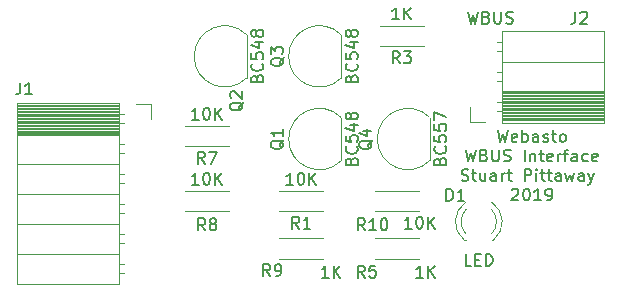
<source format=gbr>
G04 #@! TF.GenerationSoftware,KiCad,Pcbnew,(5.1.0)-1*
G04 #@! TF.CreationDate,2019-11-24T19:02:04+00:00*
G04 #@! TF.ProjectId,WebastoWBUSInterface,57656261-7374-46f5-9742-5553496e7465,rev?*
G04 #@! TF.SameCoordinates,Original*
G04 #@! TF.FileFunction,Legend,Top*
G04 #@! TF.FilePolarity,Positive*
%FSLAX46Y46*%
G04 Gerber Fmt 4.6, Leading zero omitted, Abs format (unit mm)*
G04 Created by KiCad (PCBNEW (5.1.0)-1) date 2019-11-24 19:02:04*
%MOMM*%
%LPD*%
G04 APERTURE LIST*
%ADD10C,0.150000*%
%ADD11C,0.120000*%
G04 APERTURE END LIST*
D10*
X106095238Y-86477380D02*
X106333333Y-87477380D01*
X106523809Y-86763095D01*
X106714285Y-87477380D01*
X106952380Y-86477380D01*
X107714285Y-87429761D02*
X107619047Y-87477380D01*
X107428571Y-87477380D01*
X107333333Y-87429761D01*
X107285714Y-87334523D01*
X107285714Y-86953571D01*
X107333333Y-86858333D01*
X107428571Y-86810714D01*
X107619047Y-86810714D01*
X107714285Y-86858333D01*
X107761904Y-86953571D01*
X107761904Y-87048809D01*
X107285714Y-87144047D01*
X108190476Y-87477380D02*
X108190476Y-86477380D01*
X108190476Y-86858333D02*
X108285714Y-86810714D01*
X108476190Y-86810714D01*
X108571428Y-86858333D01*
X108619047Y-86905952D01*
X108666666Y-87001190D01*
X108666666Y-87286904D01*
X108619047Y-87382142D01*
X108571428Y-87429761D01*
X108476190Y-87477380D01*
X108285714Y-87477380D01*
X108190476Y-87429761D01*
X109523809Y-87477380D02*
X109523809Y-86953571D01*
X109476190Y-86858333D01*
X109380952Y-86810714D01*
X109190476Y-86810714D01*
X109095238Y-86858333D01*
X109523809Y-87429761D02*
X109428571Y-87477380D01*
X109190476Y-87477380D01*
X109095238Y-87429761D01*
X109047619Y-87334523D01*
X109047619Y-87239285D01*
X109095238Y-87144047D01*
X109190476Y-87096428D01*
X109428571Y-87096428D01*
X109523809Y-87048809D01*
X109952380Y-87429761D02*
X110047619Y-87477380D01*
X110238095Y-87477380D01*
X110333333Y-87429761D01*
X110380952Y-87334523D01*
X110380952Y-87286904D01*
X110333333Y-87191666D01*
X110238095Y-87144047D01*
X110095238Y-87144047D01*
X110000000Y-87096428D01*
X109952380Y-87001190D01*
X109952380Y-86953571D01*
X110000000Y-86858333D01*
X110095238Y-86810714D01*
X110238095Y-86810714D01*
X110333333Y-86858333D01*
X110666666Y-86810714D02*
X111047619Y-86810714D01*
X110809523Y-86477380D02*
X110809523Y-87334523D01*
X110857142Y-87429761D01*
X110952380Y-87477380D01*
X111047619Y-87477380D01*
X111523809Y-87477380D02*
X111428571Y-87429761D01*
X111380952Y-87382142D01*
X111333333Y-87286904D01*
X111333333Y-87001190D01*
X111380952Y-86905952D01*
X111428571Y-86858333D01*
X111523809Y-86810714D01*
X111666666Y-86810714D01*
X111761904Y-86858333D01*
X111809523Y-86905952D01*
X111857142Y-87001190D01*
X111857142Y-87286904D01*
X111809523Y-87382142D01*
X111761904Y-87429761D01*
X111666666Y-87477380D01*
X111523809Y-87477380D01*
X103380952Y-88127380D02*
X103619047Y-89127380D01*
X103809523Y-88413095D01*
X104000000Y-89127380D01*
X104238095Y-88127380D01*
X104952380Y-88603571D02*
X105095238Y-88651190D01*
X105142857Y-88698809D01*
X105190476Y-88794047D01*
X105190476Y-88936904D01*
X105142857Y-89032142D01*
X105095238Y-89079761D01*
X105000000Y-89127380D01*
X104619047Y-89127380D01*
X104619047Y-88127380D01*
X104952380Y-88127380D01*
X105047619Y-88175000D01*
X105095238Y-88222619D01*
X105142857Y-88317857D01*
X105142857Y-88413095D01*
X105095238Y-88508333D01*
X105047619Y-88555952D01*
X104952380Y-88603571D01*
X104619047Y-88603571D01*
X105619047Y-88127380D02*
X105619047Y-88936904D01*
X105666666Y-89032142D01*
X105714285Y-89079761D01*
X105809523Y-89127380D01*
X106000000Y-89127380D01*
X106095238Y-89079761D01*
X106142857Y-89032142D01*
X106190476Y-88936904D01*
X106190476Y-88127380D01*
X106619047Y-89079761D02*
X106761904Y-89127380D01*
X107000000Y-89127380D01*
X107095238Y-89079761D01*
X107142857Y-89032142D01*
X107190476Y-88936904D01*
X107190476Y-88841666D01*
X107142857Y-88746428D01*
X107095238Y-88698809D01*
X107000000Y-88651190D01*
X106809523Y-88603571D01*
X106714285Y-88555952D01*
X106666666Y-88508333D01*
X106619047Y-88413095D01*
X106619047Y-88317857D01*
X106666666Y-88222619D01*
X106714285Y-88175000D01*
X106809523Y-88127380D01*
X107047619Y-88127380D01*
X107190476Y-88175000D01*
X108380952Y-89127380D02*
X108380952Y-88127380D01*
X108857142Y-88460714D02*
X108857142Y-89127380D01*
X108857142Y-88555952D02*
X108904761Y-88508333D01*
X109000000Y-88460714D01*
X109142857Y-88460714D01*
X109238095Y-88508333D01*
X109285714Y-88603571D01*
X109285714Y-89127380D01*
X109619047Y-88460714D02*
X110000000Y-88460714D01*
X109761904Y-88127380D02*
X109761904Y-88984523D01*
X109809523Y-89079761D01*
X109904761Y-89127380D01*
X110000000Y-89127380D01*
X110714285Y-89079761D02*
X110619047Y-89127380D01*
X110428571Y-89127380D01*
X110333333Y-89079761D01*
X110285714Y-88984523D01*
X110285714Y-88603571D01*
X110333333Y-88508333D01*
X110428571Y-88460714D01*
X110619047Y-88460714D01*
X110714285Y-88508333D01*
X110761904Y-88603571D01*
X110761904Y-88698809D01*
X110285714Y-88794047D01*
X111190476Y-89127380D02*
X111190476Y-88460714D01*
X111190476Y-88651190D02*
X111238095Y-88555952D01*
X111285714Y-88508333D01*
X111380952Y-88460714D01*
X111476190Y-88460714D01*
X111666666Y-88460714D02*
X112047619Y-88460714D01*
X111809523Y-89127380D02*
X111809523Y-88270238D01*
X111857142Y-88175000D01*
X111952380Y-88127380D01*
X112047619Y-88127380D01*
X112809523Y-89127380D02*
X112809523Y-88603571D01*
X112761904Y-88508333D01*
X112666666Y-88460714D01*
X112476190Y-88460714D01*
X112380952Y-88508333D01*
X112809523Y-89079761D02*
X112714285Y-89127380D01*
X112476190Y-89127380D01*
X112380952Y-89079761D01*
X112333333Y-88984523D01*
X112333333Y-88889285D01*
X112380952Y-88794047D01*
X112476190Y-88746428D01*
X112714285Y-88746428D01*
X112809523Y-88698809D01*
X113714285Y-89079761D02*
X113619047Y-89127380D01*
X113428571Y-89127380D01*
X113333333Y-89079761D01*
X113285714Y-89032142D01*
X113238095Y-88936904D01*
X113238095Y-88651190D01*
X113285714Y-88555952D01*
X113333333Y-88508333D01*
X113428571Y-88460714D01*
X113619047Y-88460714D01*
X113714285Y-88508333D01*
X114523809Y-89079761D02*
X114428571Y-89127380D01*
X114238095Y-89127380D01*
X114142857Y-89079761D01*
X114095238Y-88984523D01*
X114095238Y-88603571D01*
X114142857Y-88508333D01*
X114238095Y-88460714D01*
X114428571Y-88460714D01*
X114523809Y-88508333D01*
X114571428Y-88603571D01*
X114571428Y-88698809D01*
X114095238Y-88794047D01*
X103047619Y-90729761D02*
X103190476Y-90777380D01*
X103428571Y-90777380D01*
X103523809Y-90729761D01*
X103571428Y-90682142D01*
X103619047Y-90586904D01*
X103619047Y-90491666D01*
X103571428Y-90396428D01*
X103523809Y-90348809D01*
X103428571Y-90301190D01*
X103238095Y-90253571D01*
X103142857Y-90205952D01*
X103095238Y-90158333D01*
X103047619Y-90063095D01*
X103047619Y-89967857D01*
X103095238Y-89872619D01*
X103142857Y-89825000D01*
X103238095Y-89777380D01*
X103476190Y-89777380D01*
X103619047Y-89825000D01*
X103904761Y-90110714D02*
X104285714Y-90110714D01*
X104047619Y-89777380D02*
X104047619Y-90634523D01*
X104095238Y-90729761D01*
X104190476Y-90777380D01*
X104285714Y-90777380D01*
X105047619Y-90110714D02*
X105047619Y-90777380D01*
X104619047Y-90110714D02*
X104619047Y-90634523D01*
X104666666Y-90729761D01*
X104761904Y-90777380D01*
X104904761Y-90777380D01*
X105000000Y-90729761D01*
X105047619Y-90682142D01*
X105952380Y-90777380D02*
X105952380Y-90253571D01*
X105904761Y-90158333D01*
X105809523Y-90110714D01*
X105619047Y-90110714D01*
X105523809Y-90158333D01*
X105952380Y-90729761D02*
X105857142Y-90777380D01*
X105619047Y-90777380D01*
X105523809Y-90729761D01*
X105476190Y-90634523D01*
X105476190Y-90539285D01*
X105523809Y-90444047D01*
X105619047Y-90396428D01*
X105857142Y-90396428D01*
X105952380Y-90348809D01*
X106428571Y-90777380D02*
X106428571Y-90110714D01*
X106428571Y-90301190D02*
X106476190Y-90205952D01*
X106523809Y-90158333D01*
X106619047Y-90110714D01*
X106714285Y-90110714D01*
X106904761Y-90110714D02*
X107285714Y-90110714D01*
X107047619Y-89777380D02*
X107047619Y-90634523D01*
X107095238Y-90729761D01*
X107190476Y-90777380D01*
X107285714Y-90777380D01*
X108380952Y-90777380D02*
X108380952Y-89777380D01*
X108761904Y-89777380D01*
X108857142Y-89825000D01*
X108904761Y-89872619D01*
X108952380Y-89967857D01*
X108952380Y-90110714D01*
X108904761Y-90205952D01*
X108857142Y-90253571D01*
X108761904Y-90301190D01*
X108380952Y-90301190D01*
X109380952Y-90777380D02*
X109380952Y-90110714D01*
X109380952Y-89777380D02*
X109333333Y-89825000D01*
X109380952Y-89872619D01*
X109428571Y-89825000D01*
X109380952Y-89777380D01*
X109380952Y-89872619D01*
X109714285Y-90110714D02*
X110095238Y-90110714D01*
X109857142Y-89777380D02*
X109857142Y-90634523D01*
X109904761Y-90729761D01*
X110000000Y-90777380D01*
X110095238Y-90777380D01*
X110285714Y-90110714D02*
X110666666Y-90110714D01*
X110428571Y-89777380D02*
X110428571Y-90634523D01*
X110476190Y-90729761D01*
X110571428Y-90777380D01*
X110666666Y-90777380D01*
X111428571Y-90777380D02*
X111428571Y-90253571D01*
X111380952Y-90158333D01*
X111285714Y-90110714D01*
X111095238Y-90110714D01*
X110999999Y-90158333D01*
X111428571Y-90729761D02*
X111333333Y-90777380D01*
X111095238Y-90777380D01*
X110999999Y-90729761D01*
X110952380Y-90634523D01*
X110952380Y-90539285D01*
X110999999Y-90444047D01*
X111095238Y-90396428D01*
X111333333Y-90396428D01*
X111428571Y-90348809D01*
X111809523Y-90110714D02*
X112000000Y-90777380D01*
X112190476Y-90301190D01*
X112380952Y-90777380D01*
X112571428Y-90110714D01*
X113380952Y-90777380D02*
X113380952Y-90253571D01*
X113333333Y-90158333D01*
X113238095Y-90110714D01*
X113047619Y-90110714D01*
X112952380Y-90158333D01*
X113380952Y-90729761D02*
X113285714Y-90777380D01*
X113047619Y-90777380D01*
X112952380Y-90729761D01*
X112904761Y-90634523D01*
X112904761Y-90539285D01*
X112952380Y-90444047D01*
X113047619Y-90396428D01*
X113285714Y-90396428D01*
X113380952Y-90348809D01*
X113761904Y-90110714D02*
X113999999Y-90777380D01*
X114238095Y-90110714D02*
X113999999Y-90777380D01*
X113904761Y-91015476D01*
X113857142Y-91063095D01*
X113761904Y-91110714D01*
X107285714Y-91522619D02*
X107333333Y-91475000D01*
X107428571Y-91427380D01*
X107666666Y-91427380D01*
X107761904Y-91475000D01*
X107809523Y-91522619D01*
X107857142Y-91617857D01*
X107857142Y-91713095D01*
X107809523Y-91855952D01*
X107238095Y-92427380D01*
X107857142Y-92427380D01*
X108476190Y-91427380D02*
X108571428Y-91427380D01*
X108666666Y-91475000D01*
X108714285Y-91522619D01*
X108761904Y-91617857D01*
X108809523Y-91808333D01*
X108809523Y-92046428D01*
X108761904Y-92236904D01*
X108714285Y-92332142D01*
X108666666Y-92379761D01*
X108571428Y-92427380D01*
X108476190Y-92427380D01*
X108380952Y-92379761D01*
X108333333Y-92332142D01*
X108285714Y-92236904D01*
X108238095Y-92046428D01*
X108238095Y-91808333D01*
X108285714Y-91617857D01*
X108333333Y-91522619D01*
X108380952Y-91475000D01*
X108476190Y-91427380D01*
X109761904Y-92427380D02*
X109190476Y-92427380D01*
X109476190Y-92427380D02*
X109476190Y-91427380D01*
X109380952Y-91570238D01*
X109285714Y-91665476D01*
X109190476Y-91713095D01*
X110238095Y-92427380D02*
X110428571Y-92427380D01*
X110523809Y-92379761D01*
X110571428Y-92332142D01*
X110666666Y-92189285D01*
X110714285Y-91998809D01*
X110714285Y-91617857D01*
X110666666Y-91522619D01*
X110619047Y-91475000D01*
X110523809Y-91427380D01*
X110333333Y-91427380D01*
X110238095Y-91475000D01*
X110190476Y-91522619D01*
X110142857Y-91617857D01*
X110142857Y-91855952D01*
X110190476Y-91951190D01*
X110238095Y-91998809D01*
X110333333Y-92046428D01*
X110523809Y-92046428D01*
X110619047Y-91998809D01*
X110666666Y-91951190D01*
X110714285Y-91855952D01*
D11*
X95680000Y-91640000D02*
X99400000Y-91640000D01*
X95680000Y-93360000D02*
X99400000Y-93360000D01*
X91320000Y-97360000D02*
X87600000Y-97360000D01*
X91320000Y-95640000D02*
X87600000Y-95640000D01*
X83320000Y-93360000D02*
X79600000Y-93360000D01*
X83320000Y-91640000D02*
X79600000Y-91640000D01*
X83320000Y-87860000D02*
X79600000Y-87860000D01*
X83320000Y-86140000D02*
X79600000Y-86140000D01*
X95680000Y-95640000D02*
X99400000Y-95640000D01*
X95680000Y-97360000D02*
X99400000Y-97360000D01*
X99820000Y-79360000D02*
X96100000Y-79360000D01*
X99820000Y-77640000D02*
X96100000Y-77640000D01*
X91320000Y-93360000D02*
X87600000Y-93360000D01*
X91320000Y-91640000D02*
X87600000Y-91640000D01*
X100350000Y-89030000D02*
X100350000Y-85430000D01*
X100338478Y-89068478D02*
G75*
G02X95900000Y-87230000I-1838478J1838478D01*
G01*
X100338478Y-85391522D02*
G75*
G03X95900000Y-87230000I-1838478J-1838478D01*
G01*
X92850000Y-82030000D02*
X92850000Y-78430000D01*
X92838478Y-82068478D02*
G75*
G02X88400000Y-80230000I-1838478J1838478D01*
G01*
X92838478Y-78391522D02*
G75*
G03X88400000Y-80230000I-1838478J-1838478D01*
G01*
X84850000Y-82030000D02*
X84850000Y-78430000D01*
X84838478Y-82068478D02*
G75*
G02X80400000Y-80230000I-1838478J1838478D01*
G01*
X84838478Y-78391522D02*
G75*
G03X80400000Y-80230000I-1838478J-1838478D01*
G01*
X92850000Y-89030000D02*
X92850000Y-85430000D01*
X92838478Y-89068478D02*
G75*
G02X88400000Y-87230000I-1838478J1838478D01*
G01*
X92838478Y-85391522D02*
G75*
G03X88400000Y-87230000I-1838478J-1838478D01*
G01*
X106460000Y-85830000D02*
X106460000Y-83230000D01*
X106460000Y-83230000D02*
X115090000Y-83230000D01*
X115090000Y-83230000D02*
X115090000Y-85830000D01*
X115090000Y-85830000D02*
X106460000Y-85830000D01*
X106030000Y-84880000D02*
X106460000Y-84880000D01*
X106030000Y-84120000D02*
X106460000Y-84120000D01*
X106460000Y-85650000D02*
X115090000Y-85650000D01*
X106460000Y-85530000D02*
X115090000Y-85530000D01*
X106460000Y-85410000D02*
X115090000Y-85410000D01*
X106460000Y-85290000D02*
X115090000Y-85290000D01*
X106460000Y-85170000D02*
X115090000Y-85170000D01*
X106460000Y-85050000D02*
X115090000Y-85050000D01*
X106460000Y-84930000D02*
X115090000Y-84930000D01*
X106460000Y-84810000D02*
X115090000Y-84810000D01*
X106460000Y-84690000D02*
X115090000Y-84690000D01*
X106460000Y-84570000D02*
X115090000Y-84570000D01*
X106460000Y-84450000D02*
X115090000Y-84450000D01*
X106460000Y-84330000D02*
X115090000Y-84330000D01*
X106460000Y-84210000D02*
X115090000Y-84210000D01*
X106460000Y-84090000D02*
X115090000Y-84090000D01*
X106460000Y-83970000D02*
X115090000Y-83970000D01*
X106460000Y-83850000D02*
X115090000Y-83850000D01*
X106460000Y-83730000D02*
X115090000Y-83730000D01*
X106460000Y-83610000D02*
X115090000Y-83610000D01*
X106460000Y-83490000D02*
X115090000Y-83490000D01*
X106460000Y-83370000D02*
X115090000Y-83370000D01*
X106460000Y-83250000D02*
X115090000Y-83250000D01*
X106460000Y-83130000D02*
X115090000Y-83130000D01*
X106460000Y-83230000D02*
X106460000Y-80690000D01*
X106460000Y-80690000D02*
X115090000Y-80690000D01*
X115090000Y-80690000D02*
X115090000Y-83230000D01*
X115090000Y-83230000D02*
X106460000Y-83230000D01*
X106030000Y-82340000D02*
X106460000Y-82340000D01*
X106030000Y-81580000D02*
X106460000Y-81580000D01*
X106460000Y-80690000D02*
X106460000Y-78090000D01*
X106460000Y-78090000D02*
X115090000Y-78090000D01*
X115090000Y-78090000D02*
X115090000Y-80690000D01*
X115090000Y-80690000D02*
X106460000Y-80690000D01*
X106030000Y-79800000D02*
X106460000Y-79800000D01*
X106030000Y-79040000D02*
X106460000Y-79040000D01*
X105000000Y-85770000D02*
X103730000Y-85770000D01*
X103730000Y-85770000D02*
X103730000Y-84500000D01*
X74040000Y-84170000D02*
X74040000Y-86770000D01*
X74040000Y-86770000D02*
X65410000Y-86770000D01*
X65410000Y-86770000D02*
X65410000Y-84170000D01*
X65410000Y-84170000D02*
X74040000Y-84170000D01*
X74470000Y-85120000D02*
X74040000Y-85120000D01*
X74470000Y-85880000D02*
X74040000Y-85880000D01*
X74040000Y-84350000D02*
X65410000Y-84350000D01*
X74040000Y-84470000D02*
X65410000Y-84470000D01*
X74040000Y-84590000D02*
X65410000Y-84590000D01*
X74040000Y-84710000D02*
X65410000Y-84710000D01*
X74040000Y-84830000D02*
X65410000Y-84830000D01*
X74040000Y-84950000D02*
X65410000Y-84950000D01*
X74040000Y-85070000D02*
X65410000Y-85070000D01*
X74040000Y-85190000D02*
X65410000Y-85190000D01*
X74040000Y-85310000D02*
X65410000Y-85310000D01*
X74040000Y-85430000D02*
X65410000Y-85430000D01*
X74040000Y-85550000D02*
X65410000Y-85550000D01*
X74040000Y-85670000D02*
X65410000Y-85670000D01*
X74040000Y-85790000D02*
X65410000Y-85790000D01*
X74040000Y-85910000D02*
X65410000Y-85910000D01*
X74040000Y-86030000D02*
X65410000Y-86030000D01*
X74040000Y-86150000D02*
X65410000Y-86150000D01*
X74040000Y-86270000D02*
X65410000Y-86270000D01*
X74040000Y-86390000D02*
X65410000Y-86390000D01*
X74040000Y-86510000D02*
X65410000Y-86510000D01*
X74040000Y-86630000D02*
X65410000Y-86630000D01*
X74040000Y-86750000D02*
X65410000Y-86750000D01*
X74040000Y-86870000D02*
X65410000Y-86870000D01*
X74040000Y-86770000D02*
X74040000Y-89310000D01*
X74040000Y-89310000D02*
X65410000Y-89310000D01*
X65410000Y-89310000D02*
X65410000Y-86770000D01*
X65410000Y-86770000D02*
X74040000Y-86770000D01*
X74470000Y-87660000D02*
X74040000Y-87660000D01*
X74470000Y-88420000D02*
X74040000Y-88420000D01*
X74040000Y-89310000D02*
X74040000Y-91850000D01*
X74040000Y-91850000D02*
X65410000Y-91850000D01*
X65410000Y-91850000D02*
X65410000Y-89310000D01*
X65410000Y-89310000D02*
X74040000Y-89310000D01*
X74470000Y-90200000D02*
X74040000Y-90200000D01*
X74470000Y-90960000D02*
X74040000Y-90960000D01*
X74040000Y-91850000D02*
X74040000Y-94390000D01*
X74040000Y-94390000D02*
X65410000Y-94390000D01*
X65410000Y-94390000D02*
X65410000Y-91850000D01*
X65410000Y-91850000D02*
X74040000Y-91850000D01*
X74470000Y-92740000D02*
X74040000Y-92740000D01*
X74470000Y-93500000D02*
X74040000Y-93500000D01*
X74040000Y-94390000D02*
X74040000Y-96930000D01*
X74040000Y-96930000D02*
X65410000Y-96930000D01*
X65410000Y-96930000D02*
X65410000Y-94390000D01*
X65410000Y-94390000D02*
X74040000Y-94390000D01*
X74470000Y-95280000D02*
X74040000Y-95280000D01*
X74470000Y-96040000D02*
X74040000Y-96040000D01*
X74040000Y-96930000D02*
X74040000Y-99530000D01*
X74040000Y-99530000D02*
X65410000Y-99530000D01*
X65410000Y-99530000D02*
X65410000Y-96930000D01*
X65410000Y-96930000D02*
X74040000Y-96930000D01*
X74470000Y-97820000D02*
X74040000Y-97820000D01*
X74470000Y-98580000D02*
X74040000Y-98580000D01*
X75500000Y-84230000D02*
X76770000Y-84230000D01*
X76770000Y-84230000D02*
X76770000Y-85500000D01*
X103421392Y-92557665D02*
G75*
G03X103264484Y-95790000I1078608J-1672335D01*
G01*
X105578608Y-92557665D02*
G75*
G02X105735516Y-95790000I-1078608J-1672335D01*
G01*
X103420163Y-93188870D02*
G75*
G03X103420000Y-95270961I1079837J-1041130D01*
G01*
X105579837Y-93188870D02*
G75*
G02X105580000Y-95270961I-1079837J-1041130D01*
G01*
X103264000Y-95790000D02*
X103420000Y-95790000D01*
X105580000Y-95790000D02*
X105736000Y-95790000D01*
D10*
X94857142Y-94952380D02*
X94523809Y-94476190D01*
X94285714Y-94952380D02*
X94285714Y-93952380D01*
X94666666Y-93952380D01*
X94761904Y-94000000D01*
X94809523Y-94047619D01*
X94857142Y-94142857D01*
X94857142Y-94285714D01*
X94809523Y-94380952D01*
X94761904Y-94428571D01*
X94666666Y-94476190D01*
X94285714Y-94476190D01*
X95809523Y-94952380D02*
X95238095Y-94952380D01*
X95523809Y-94952380D02*
X95523809Y-93952380D01*
X95428571Y-94095238D01*
X95333333Y-94190476D01*
X95238095Y-94238095D01*
X96428571Y-93952380D02*
X96523809Y-93952380D01*
X96619047Y-94000000D01*
X96666666Y-94047619D01*
X96714285Y-94142857D01*
X96761904Y-94333333D01*
X96761904Y-94571428D01*
X96714285Y-94761904D01*
X96666666Y-94857142D01*
X96619047Y-94904761D01*
X96523809Y-94952380D01*
X96428571Y-94952380D01*
X96333333Y-94904761D01*
X96285714Y-94857142D01*
X96238095Y-94761904D01*
X96190476Y-94571428D01*
X96190476Y-94333333D01*
X96238095Y-94142857D01*
X96285714Y-94047619D01*
X96333333Y-94000000D01*
X96428571Y-93952380D01*
X98809523Y-94812380D02*
X98238095Y-94812380D01*
X98523809Y-94812380D02*
X98523809Y-93812380D01*
X98428571Y-93955238D01*
X98333333Y-94050476D01*
X98238095Y-94098095D01*
X99428571Y-93812380D02*
X99523809Y-93812380D01*
X99619047Y-93860000D01*
X99666666Y-93907619D01*
X99714285Y-94002857D01*
X99761904Y-94193333D01*
X99761904Y-94431428D01*
X99714285Y-94621904D01*
X99666666Y-94717142D01*
X99619047Y-94764761D01*
X99523809Y-94812380D01*
X99428571Y-94812380D01*
X99333333Y-94764761D01*
X99285714Y-94717142D01*
X99238095Y-94621904D01*
X99190476Y-94431428D01*
X99190476Y-94193333D01*
X99238095Y-94002857D01*
X99285714Y-93907619D01*
X99333333Y-93860000D01*
X99428571Y-93812380D01*
X100190476Y-94812380D02*
X100190476Y-93812380D01*
X100761904Y-94812380D02*
X100333333Y-94240952D01*
X100761904Y-93812380D02*
X100190476Y-94383809D01*
X86833333Y-98812380D02*
X86500000Y-98336190D01*
X86261904Y-98812380D02*
X86261904Y-97812380D01*
X86642857Y-97812380D01*
X86738095Y-97860000D01*
X86785714Y-97907619D01*
X86833333Y-98002857D01*
X86833333Y-98145714D01*
X86785714Y-98240952D01*
X86738095Y-98288571D01*
X86642857Y-98336190D01*
X86261904Y-98336190D01*
X87309523Y-98812380D02*
X87500000Y-98812380D01*
X87595238Y-98764761D01*
X87642857Y-98717142D01*
X87738095Y-98574285D01*
X87785714Y-98383809D01*
X87785714Y-98002857D01*
X87738095Y-97907619D01*
X87690476Y-97860000D01*
X87595238Y-97812380D01*
X87404761Y-97812380D01*
X87309523Y-97860000D01*
X87261904Y-97907619D01*
X87214285Y-98002857D01*
X87214285Y-98240952D01*
X87261904Y-98336190D01*
X87309523Y-98383809D01*
X87404761Y-98431428D01*
X87595238Y-98431428D01*
X87690476Y-98383809D01*
X87738095Y-98336190D01*
X87785714Y-98240952D01*
X91785714Y-98952380D02*
X91214285Y-98952380D01*
X91500000Y-98952380D02*
X91500000Y-97952380D01*
X91404761Y-98095238D01*
X91309523Y-98190476D01*
X91214285Y-98238095D01*
X92214285Y-98952380D02*
X92214285Y-97952380D01*
X92785714Y-98952380D02*
X92357142Y-98380952D01*
X92785714Y-97952380D02*
X92214285Y-98523809D01*
X81333333Y-94952380D02*
X81000000Y-94476190D01*
X80761904Y-94952380D02*
X80761904Y-93952380D01*
X81142857Y-93952380D01*
X81238095Y-94000000D01*
X81285714Y-94047619D01*
X81333333Y-94142857D01*
X81333333Y-94285714D01*
X81285714Y-94380952D01*
X81238095Y-94428571D01*
X81142857Y-94476190D01*
X80761904Y-94476190D01*
X81904761Y-94380952D02*
X81809523Y-94333333D01*
X81761904Y-94285714D01*
X81714285Y-94190476D01*
X81714285Y-94142857D01*
X81761904Y-94047619D01*
X81809523Y-94000000D01*
X81904761Y-93952380D01*
X82095238Y-93952380D01*
X82190476Y-94000000D01*
X82238095Y-94047619D01*
X82285714Y-94142857D01*
X82285714Y-94190476D01*
X82238095Y-94285714D01*
X82190476Y-94333333D01*
X82095238Y-94380952D01*
X81904761Y-94380952D01*
X81809523Y-94428571D01*
X81761904Y-94476190D01*
X81714285Y-94571428D01*
X81714285Y-94761904D01*
X81761904Y-94857142D01*
X81809523Y-94904761D01*
X81904761Y-94952380D01*
X82095238Y-94952380D01*
X82190476Y-94904761D01*
X82238095Y-94857142D01*
X82285714Y-94761904D01*
X82285714Y-94571428D01*
X82238095Y-94476190D01*
X82190476Y-94428571D01*
X82095238Y-94380952D01*
X80769523Y-91092380D02*
X80198095Y-91092380D01*
X80483809Y-91092380D02*
X80483809Y-90092380D01*
X80388571Y-90235238D01*
X80293333Y-90330476D01*
X80198095Y-90378095D01*
X81388571Y-90092380D02*
X81483809Y-90092380D01*
X81579047Y-90140000D01*
X81626666Y-90187619D01*
X81674285Y-90282857D01*
X81721904Y-90473333D01*
X81721904Y-90711428D01*
X81674285Y-90901904D01*
X81626666Y-90997142D01*
X81579047Y-91044761D01*
X81483809Y-91092380D01*
X81388571Y-91092380D01*
X81293333Y-91044761D01*
X81245714Y-90997142D01*
X81198095Y-90901904D01*
X81150476Y-90711428D01*
X81150476Y-90473333D01*
X81198095Y-90282857D01*
X81245714Y-90187619D01*
X81293333Y-90140000D01*
X81388571Y-90092380D01*
X82150476Y-91092380D02*
X82150476Y-90092380D01*
X82721904Y-91092380D02*
X82293333Y-90520952D01*
X82721904Y-90092380D02*
X82150476Y-90663809D01*
X81293333Y-89312380D02*
X80960000Y-88836190D01*
X80721904Y-89312380D02*
X80721904Y-88312380D01*
X81102857Y-88312380D01*
X81198095Y-88360000D01*
X81245714Y-88407619D01*
X81293333Y-88502857D01*
X81293333Y-88645714D01*
X81245714Y-88740952D01*
X81198095Y-88788571D01*
X81102857Y-88836190D01*
X80721904Y-88836190D01*
X81626666Y-88312380D02*
X82293333Y-88312380D01*
X81864761Y-89312380D01*
X80769523Y-85592380D02*
X80198095Y-85592380D01*
X80483809Y-85592380D02*
X80483809Y-84592380D01*
X80388571Y-84735238D01*
X80293333Y-84830476D01*
X80198095Y-84878095D01*
X81388571Y-84592380D02*
X81483809Y-84592380D01*
X81579047Y-84640000D01*
X81626666Y-84687619D01*
X81674285Y-84782857D01*
X81721904Y-84973333D01*
X81721904Y-85211428D01*
X81674285Y-85401904D01*
X81626666Y-85497142D01*
X81579047Y-85544761D01*
X81483809Y-85592380D01*
X81388571Y-85592380D01*
X81293333Y-85544761D01*
X81245714Y-85497142D01*
X81198095Y-85401904D01*
X81150476Y-85211428D01*
X81150476Y-84973333D01*
X81198095Y-84782857D01*
X81245714Y-84687619D01*
X81293333Y-84640000D01*
X81388571Y-84592380D01*
X82150476Y-85592380D02*
X82150476Y-84592380D01*
X82721904Y-85592380D02*
X82293333Y-85020952D01*
X82721904Y-84592380D02*
X82150476Y-85163809D01*
X94833333Y-98952380D02*
X94500000Y-98476190D01*
X94261904Y-98952380D02*
X94261904Y-97952380D01*
X94642857Y-97952380D01*
X94738095Y-98000000D01*
X94785714Y-98047619D01*
X94833333Y-98142857D01*
X94833333Y-98285714D01*
X94785714Y-98380952D01*
X94738095Y-98428571D01*
X94642857Y-98476190D01*
X94261904Y-98476190D01*
X95738095Y-97952380D02*
X95261904Y-97952380D01*
X95214285Y-98428571D01*
X95261904Y-98380952D01*
X95357142Y-98333333D01*
X95595238Y-98333333D01*
X95690476Y-98380952D01*
X95738095Y-98428571D01*
X95785714Y-98523809D01*
X95785714Y-98761904D01*
X95738095Y-98857142D01*
X95690476Y-98904761D01*
X95595238Y-98952380D01*
X95357142Y-98952380D01*
X95261904Y-98904761D01*
X95214285Y-98857142D01*
X99785714Y-98952380D02*
X99214285Y-98952380D01*
X99500000Y-98952380D02*
X99500000Y-97952380D01*
X99404761Y-98095238D01*
X99309523Y-98190476D01*
X99214285Y-98238095D01*
X100214285Y-98952380D02*
X100214285Y-97952380D01*
X100785714Y-98952380D02*
X100357142Y-98380952D01*
X100785714Y-97952380D02*
X100214285Y-98523809D01*
X97793333Y-80812380D02*
X97460000Y-80336190D01*
X97221904Y-80812380D02*
X97221904Y-79812380D01*
X97602857Y-79812380D01*
X97698095Y-79860000D01*
X97745714Y-79907619D01*
X97793333Y-80002857D01*
X97793333Y-80145714D01*
X97745714Y-80240952D01*
X97698095Y-80288571D01*
X97602857Y-80336190D01*
X97221904Y-80336190D01*
X98126666Y-79812380D02*
X98745714Y-79812380D01*
X98412380Y-80193333D01*
X98555238Y-80193333D01*
X98650476Y-80240952D01*
X98698095Y-80288571D01*
X98745714Y-80383809D01*
X98745714Y-80621904D01*
X98698095Y-80717142D01*
X98650476Y-80764761D01*
X98555238Y-80812380D01*
X98269523Y-80812380D01*
X98174285Y-80764761D01*
X98126666Y-80717142D01*
X97745714Y-77092380D02*
X97174285Y-77092380D01*
X97460000Y-77092380D02*
X97460000Y-76092380D01*
X97364761Y-76235238D01*
X97269523Y-76330476D01*
X97174285Y-76378095D01*
X98174285Y-77092380D02*
X98174285Y-76092380D01*
X98745714Y-77092380D02*
X98317142Y-76520952D01*
X98745714Y-76092380D02*
X98174285Y-76663809D01*
X89293333Y-94812380D02*
X88960000Y-94336190D01*
X88721904Y-94812380D02*
X88721904Y-93812380D01*
X89102857Y-93812380D01*
X89198095Y-93860000D01*
X89245714Y-93907619D01*
X89293333Y-94002857D01*
X89293333Y-94145714D01*
X89245714Y-94240952D01*
X89198095Y-94288571D01*
X89102857Y-94336190D01*
X88721904Y-94336190D01*
X90245714Y-94812380D02*
X89674285Y-94812380D01*
X89960000Y-94812380D02*
X89960000Y-93812380D01*
X89864761Y-93955238D01*
X89769523Y-94050476D01*
X89674285Y-94098095D01*
X88769523Y-91092380D02*
X88198095Y-91092380D01*
X88483809Y-91092380D02*
X88483809Y-90092380D01*
X88388571Y-90235238D01*
X88293333Y-90330476D01*
X88198095Y-90378095D01*
X89388571Y-90092380D02*
X89483809Y-90092380D01*
X89579047Y-90140000D01*
X89626666Y-90187619D01*
X89674285Y-90282857D01*
X89721904Y-90473333D01*
X89721904Y-90711428D01*
X89674285Y-90901904D01*
X89626666Y-90997142D01*
X89579047Y-91044761D01*
X89483809Y-91092380D01*
X89388571Y-91092380D01*
X89293333Y-91044761D01*
X89245714Y-90997142D01*
X89198095Y-90901904D01*
X89150476Y-90711428D01*
X89150476Y-90473333D01*
X89198095Y-90282857D01*
X89245714Y-90187619D01*
X89293333Y-90140000D01*
X89388571Y-90092380D01*
X90150476Y-91092380D02*
X90150476Y-90092380D01*
X90721904Y-91092380D02*
X90293333Y-90520952D01*
X90721904Y-90092380D02*
X90150476Y-90663809D01*
X95487619Y-87325238D02*
X95440000Y-87420476D01*
X95344761Y-87515714D01*
X95201904Y-87658571D01*
X95154285Y-87753809D01*
X95154285Y-87849047D01*
X95392380Y-87801428D02*
X95344761Y-87896666D01*
X95249523Y-87991904D01*
X95059047Y-88039523D01*
X94725714Y-88039523D01*
X94535238Y-87991904D01*
X94440000Y-87896666D01*
X94392380Y-87801428D01*
X94392380Y-87610952D01*
X94440000Y-87515714D01*
X94535238Y-87420476D01*
X94725714Y-87372857D01*
X95059047Y-87372857D01*
X95249523Y-87420476D01*
X95344761Y-87515714D01*
X95392380Y-87610952D01*
X95392380Y-87801428D01*
X94725714Y-86515714D02*
X95392380Y-86515714D01*
X94344761Y-86753809D02*
X95059047Y-86991904D01*
X95059047Y-86372857D01*
X101218571Y-89087142D02*
X101266190Y-88944285D01*
X101313809Y-88896666D01*
X101409047Y-88849047D01*
X101551904Y-88849047D01*
X101647142Y-88896666D01*
X101694761Y-88944285D01*
X101742380Y-89039523D01*
X101742380Y-89420476D01*
X100742380Y-89420476D01*
X100742380Y-89087142D01*
X100790000Y-88991904D01*
X100837619Y-88944285D01*
X100932857Y-88896666D01*
X101028095Y-88896666D01*
X101123333Y-88944285D01*
X101170952Y-88991904D01*
X101218571Y-89087142D01*
X101218571Y-89420476D01*
X101647142Y-87849047D02*
X101694761Y-87896666D01*
X101742380Y-88039523D01*
X101742380Y-88134761D01*
X101694761Y-88277619D01*
X101599523Y-88372857D01*
X101504285Y-88420476D01*
X101313809Y-88468095D01*
X101170952Y-88468095D01*
X100980476Y-88420476D01*
X100885238Y-88372857D01*
X100790000Y-88277619D01*
X100742380Y-88134761D01*
X100742380Y-88039523D01*
X100790000Y-87896666D01*
X100837619Y-87849047D01*
X100742380Y-86944285D02*
X100742380Y-87420476D01*
X101218571Y-87468095D01*
X101170952Y-87420476D01*
X101123333Y-87325238D01*
X101123333Y-87087142D01*
X101170952Y-86991904D01*
X101218571Y-86944285D01*
X101313809Y-86896666D01*
X101551904Y-86896666D01*
X101647142Y-86944285D01*
X101694761Y-86991904D01*
X101742380Y-87087142D01*
X101742380Y-87325238D01*
X101694761Y-87420476D01*
X101647142Y-87468095D01*
X100742380Y-85991904D02*
X100742380Y-86468095D01*
X101218571Y-86515714D01*
X101170952Y-86468095D01*
X101123333Y-86372857D01*
X101123333Y-86134761D01*
X101170952Y-86039523D01*
X101218571Y-85991904D01*
X101313809Y-85944285D01*
X101551904Y-85944285D01*
X101647142Y-85991904D01*
X101694761Y-86039523D01*
X101742380Y-86134761D01*
X101742380Y-86372857D01*
X101694761Y-86468095D01*
X101647142Y-86515714D01*
X100742380Y-85610952D02*
X100742380Y-84944285D01*
X101742380Y-85372857D01*
X87987619Y-80325238D02*
X87940000Y-80420476D01*
X87844761Y-80515714D01*
X87701904Y-80658571D01*
X87654285Y-80753809D01*
X87654285Y-80849047D01*
X87892380Y-80801428D02*
X87844761Y-80896666D01*
X87749523Y-80991904D01*
X87559047Y-81039523D01*
X87225714Y-81039523D01*
X87035238Y-80991904D01*
X86940000Y-80896666D01*
X86892380Y-80801428D01*
X86892380Y-80610952D01*
X86940000Y-80515714D01*
X87035238Y-80420476D01*
X87225714Y-80372857D01*
X87559047Y-80372857D01*
X87749523Y-80420476D01*
X87844761Y-80515714D01*
X87892380Y-80610952D01*
X87892380Y-80801428D01*
X86892380Y-80039523D02*
X86892380Y-79420476D01*
X87273333Y-79753809D01*
X87273333Y-79610952D01*
X87320952Y-79515714D01*
X87368571Y-79468095D01*
X87463809Y-79420476D01*
X87701904Y-79420476D01*
X87797142Y-79468095D01*
X87844761Y-79515714D01*
X87892380Y-79610952D01*
X87892380Y-79896666D01*
X87844761Y-79991904D01*
X87797142Y-80039523D01*
X93718571Y-82087142D02*
X93766190Y-81944285D01*
X93813809Y-81896666D01*
X93909047Y-81849047D01*
X94051904Y-81849047D01*
X94147142Y-81896666D01*
X94194761Y-81944285D01*
X94242380Y-82039523D01*
X94242380Y-82420476D01*
X93242380Y-82420476D01*
X93242380Y-82087142D01*
X93290000Y-81991904D01*
X93337619Y-81944285D01*
X93432857Y-81896666D01*
X93528095Y-81896666D01*
X93623333Y-81944285D01*
X93670952Y-81991904D01*
X93718571Y-82087142D01*
X93718571Y-82420476D01*
X94147142Y-80849047D02*
X94194761Y-80896666D01*
X94242380Y-81039523D01*
X94242380Y-81134761D01*
X94194761Y-81277619D01*
X94099523Y-81372857D01*
X94004285Y-81420476D01*
X93813809Y-81468095D01*
X93670952Y-81468095D01*
X93480476Y-81420476D01*
X93385238Y-81372857D01*
X93290000Y-81277619D01*
X93242380Y-81134761D01*
X93242380Y-81039523D01*
X93290000Y-80896666D01*
X93337619Y-80849047D01*
X93242380Y-79944285D02*
X93242380Y-80420476D01*
X93718571Y-80468095D01*
X93670952Y-80420476D01*
X93623333Y-80325238D01*
X93623333Y-80087142D01*
X93670952Y-79991904D01*
X93718571Y-79944285D01*
X93813809Y-79896666D01*
X94051904Y-79896666D01*
X94147142Y-79944285D01*
X94194761Y-79991904D01*
X94242380Y-80087142D01*
X94242380Y-80325238D01*
X94194761Y-80420476D01*
X94147142Y-80468095D01*
X93575714Y-79039523D02*
X94242380Y-79039523D01*
X93194761Y-79277619D02*
X93909047Y-79515714D01*
X93909047Y-78896666D01*
X93670952Y-78372857D02*
X93623333Y-78468095D01*
X93575714Y-78515714D01*
X93480476Y-78563333D01*
X93432857Y-78563333D01*
X93337619Y-78515714D01*
X93290000Y-78468095D01*
X93242380Y-78372857D01*
X93242380Y-78182380D01*
X93290000Y-78087142D01*
X93337619Y-78039523D01*
X93432857Y-77991904D01*
X93480476Y-77991904D01*
X93575714Y-78039523D01*
X93623333Y-78087142D01*
X93670952Y-78182380D01*
X93670952Y-78372857D01*
X93718571Y-78468095D01*
X93766190Y-78515714D01*
X93861428Y-78563333D01*
X94051904Y-78563333D01*
X94147142Y-78515714D01*
X94194761Y-78468095D01*
X94242380Y-78372857D01*
X94242380Y-78182380D01*
X94194761Y-78087142D01*
X94147142Y-78039523D01*
X94051904Y-77991904D01*
X93861428Y-77991904D01*
X93766190Y-78039523D01*
X93718571Y-78087142D01*
X93670952Y-78182380D01*
X84547619Y-84095238D02*
X84500000Y-84190476D01*
X84404761Y-84285714D01*
X84261904Y-84428571D01*
X84214285Y-84523809D01*
X84214285Y-84619047D01*
X84452380Y-84571428D02*
X84404761Y-84666666D01*
X84309523Y-84761904D01*
X84119047Y-84809523D01*
X83785714Y-84809523D01*
X83595238Y-84761904D01*
X83500000Y-84666666D01*
X83452380Y-84571428D01*
X83452380Y-84380952D01*
X83500000Y-84285714D01*
X83595238Y-84190476D01*
X83785714Y-84142857D01*
X84119047Y-84142857D01*
X84309523Y-84190476D01*
X84404761Y-84285714D01*
X84452380Y-84380952D01*
X84452380Y-84571428D01*
X83547619Y-83761904D02*
X83500000Y-83714285D01*
X83452380Y-83619047D01*
X83452380Y-83380952D01*
X83500000Y-83285714D01*
X83547619Y-83238095D01*
X83642857Y-83190476D01*
X83738095Y-83190476D01*
X83880952Y-83238095D01*
X84452380Y-83809523D01*
X84452380Y-83190476D01*
X85718571Y-82087142D02*
X85766190Y-81944285D01*
X85813809Y-81896666D01*
X85909047Y-81849047D01*
X86051904Y-81849047D01*
X86147142Y-81896666D01*
X86194761Y-81944285D01*
X86242380Y-82039523D01*
X86242380Y-82420476D01*
X85242380Y-82420476D01*
X85242380Y-82087142D01*
X85290000Y-81991904D01*
X85337619Y-81944285D01*
X85432857Y-81896666D01*
X85528095Y-81896666D01*
X85623333Y-81944285D01*
X85670952Y-81991904D01*
X85718571Y-82087142D01*
X85718571Y-82420476D01*
X86147142Y-80849047D02*
X86194761Y-80896666D01*
X86242380Y-81039523D01*
X86242380Y-81134761D01*
X86194761Y-81277619D01*
X86099523Y-81372857D01*
X86004285Y-81420476D01*
X85813809Y-81468095D01*
X85670952Y-81468095D01*
X85480476Y-81420476D01*
X85385238Y-81372857D01*
X85290000Y-81277619D01*
X85242380Y-81134761D01*
X85242380Y-81039523D01*
X85290000Y-80896666D01*
X85337619Y-80849047D01*
X85242380Y-79944285D02*
X85242380Y-80420476D01*
X85718571Y-80468095D01*
X85670952Y-80420476D01*
X85623333Y-80325238D01*
X85623333Y-80087142D01*
X85670952Y-79991904D01*
X85718571Y-79944285D01*
X85813809Y-79896666D01*
X86051904Y-79896666D01*
X86147142Y-79944285D01*
X86194761Y-79991904D01*
X86242380Y-80087142D01*
X86242380Y-80325238D01*
X86194761Y-80420476D01*
X86147142Y-80468095D01*
X85575714Y-79039523D02*
X86242380Y-79039523D01*
X85194761Y-79277619D02*
X85909047Y-79515714D01*
X85909047Y-78896666D01*
X85670952Y-78372857D02*
X85623333Y-78468095D01*
X85575714Y-78515714D01*
X85480476Y-78563333D01*
X85432857Y-78563333D01*
X85337619Y-78515714D01*
X85290000Y-78468095D01*
X85242380Y-78372857D01*
X85242380Y-78182380D01*
X85290000Y-78087142D01*
X85337619Y-78039523D01*
X85432857Y-77991904D01*
X85480476Y-77991904D01*
X85575714Y-78039523D01*
X85623333Y-78087142D01*
X85670952Y-78182380D01*
X85670952Y-78372857D01*
X85718571Y-78468095D01*
X85766190Y-78515714D01*
X85861428Y-78563333D01*
X86051904Y-78563333D01*
X86147142Y-78515714D01*
X86194761Y-78468095D01*
X86242380Y-78372857D01*
X86242380Y-78182380D01*
X86194761Y-78087142D01*
X86147142Y-78039523D01*
X86051904Y-77991904D01*
X85861428Y-77991904D01*
X85766190Y-78039523D01*
X85718571Y-78087142D01*
X85670952Y-78182380D01*
X87987619Y-87325238D02*
X87940000Y-87420476D01*
X87844761Y-87515714D01*
X87701904Y-87658571D01*
X87654285Y-87753809D01*
X87654285Y-87849047D01*
X87892380Y-87801428D02*
X87844761Y-87896666D01*
X87749523Y-87991904D01*
X87559047Y-88039523D01*
X87225714Y-88039523D01*
X87035238Y-87991904D01*
X86940000Y-87896666D01*
X86892380Y-87801428D01*
X86892380Y-87610952D01*
X86940000Y-87515714D01*
X87035238Y-87420476D01*
X87225714Y-87372857D01*
X87559047Y-87372857D01*
X87749523Y-87420476D01*
X87844761Y-87515714D01*
X87892380Y-87610952D01*
X87892380Y-87801428D01*
X87892380Y-86420476D02*
X87892380Y-86991904D01*
X87892380Y-86706190D02*
X86892380Y-86706190D01*
X87035238Y-86801428D01*
X87130476Y-86896666D01*
X87178095Y-86991904D01*
X93718571Y-89087142D02*
X93766190Y-88944285D01*
X93813809Y-88896666D01*
X93909047Y-88849047D01*
X94051904Y-88849047D01*
X94147142Y-88896666D01*
X94194761Y-88944285D01*
X94242380Y-89039523D01*
X94242380Y-89420476D01*
X93242380Y-89420476D01*
X93242380Y-89087142D01*
X93290000Y-88991904D01*
X93337619Y-88944285D01*
X93432857Y-88896666D01*
X93528095Y-88896666D01*
X93623333Y-88944285D01*
X93670952Y-88991904D01*
X93718571Y-89087142D01*
X93718571Y-89420476D01*
X94147142Y-87849047D02*
X94194761Y-87896666D01*
X94242380Y-88039523D01*
X94242380Y-88134761D01*
X94194761Y-88277619D01*
X94099523Y-88372857D01*
X94004285Y-88420476D01*
X93813809Y-88468095D01*
X93670952Y-88468095D01*
X93480476Y-88420476D01*
X93385238Y-88372857D01*
X93290000Y-88277619D01*
X93242380Y-88134761D01*
X93242380Y-88039523D01*
X93290000Y-87896666D01*
X93337619Y-87849047D01*
X93242380Y-86944285D02*
X93242380Y-87420476D01*
X93718571Y-87468095D01*
X93670952Y-87420476D01*
X93623333Y-87325238D01*
X93623333Y-87087142D01*
X93670952Y-86991904D01*
X93718571Y-86944285D01*
X93813809Y-86896666D01*
X94051904Y-86896666D01*
X94147142Y-86944285D01*
X94194761Y-86991904D01*
X94242380Y-87087142D01*
X94242380Y-87325238D01*
X94194761Y-87420476D01*
X94147142Y-87468095D01*
X93575714Y-86039523D02*
X94242380Y-86039523D01*
X93194761Y-86277619D02*
X93909047Y-86515714D01*
X93909047Y-85896666D01*
X93670952Y-85372857D02*
X93623333Y-85468095D01*
X93575714Y-85515714D01*
X93480476Y-85563333D01*
X93432857Y-85563333D01*
X93337619Y-85515714D01*
X93290000Y-85468095D01*
X93242380Y-85372857D01*
X93242380Y-85182380D01*
X93290000Y-85087142D01*
X93337619Y-85039523D01*
X93432857Y-84991904D01*
X93480476Y-84991904D01*
X93575714Y-85039523D01*
X93623333Y-85087142D01*
X93670952Y-85182380D01*
X93670952Y-85372857D01*
X93718571Y-85468095D01*
X93766190Y-85515714D01*
X93861428Y-85563333D01*
X94051904Y-85563333D01*
X94147142Y-85515714D01*
X94194761Y-85468095D01*
X94242380Y-85372857D01*
X94242380Y-85182380D01*
X94194761Y-85087142D01*
X94147142Y-85039523D01*
X94051904Y-84991904D01*
X93861428Y-84991904D01*
X93766190Y-85039523D01*
X93718571Y-85087142D01*
X93670952Y-85182380D01*
X112666666Y-76452380D02*
X112666666Y-77166666D01*
X112619047Y-77309523D01*
X112523809Y-77404761D01*
X112380952Y-77452380D01*
X112285714Y-77452380D01*
X113095238Y-76547619D02*
X113142857Y-76500000D01*
X113238095Y-76452380D01*
X113476190Y-76452380D01*
X113571428Y-76500000D01*
X113619047Y-76547619D01*
X113666666Y-76642857D01*
X113666666Y-76738095D01*
X113619047Y-76880952D01*
X113047619Y-77452380D01*
X113666666Y-77452380D01*
X103571428Y-76452380D02*
X103809523Y-77452380D01*
X104000000Y-76738095D01*
X104190476Y-77452380D01*
X104428571Y-76452380D01*
X105142857Y-76928571D02*
X105285714Y-76976190D01*
X105333333Y-77023809D01*
X105380952Y-77119047D01*
X105380952Y-77261904D01*
X105333333Y-77357142D01*
X105285714Y-77404761D01*
X105190476Y-77452380D01*
X104809523Y-77452380D01*
X104809523Y-76452380D01*
X105142857Y-76452380D01*
X105238095Y-76500000D01*
X105285714Y-76547619D01*
X105333333Y-76642857D01*
X105333333Y-76738095D01*
X105285714Y-76833333D01*
X105238095Y-76880952D01*
X105142857Y-76928571D01*
X104809523Y-76928571D01*
X105809523Y-76452380D02*
X105809523Y-77261904D01*
X105857142Y-77357142D01*
X105904761Y-77404761D01*
X106000000Y-77452380D01*
X106190476Y-77452380D01*
X106285714Y-77404761D01*
X106333333Y-77357142D01*
X106380952Y-77261904D01*
X106380952Y-76452380D01*
X106809523Y-77404761D02*
X106952380Y-77452380D01*
X107190476Y-77452380D01*
X107285714Y-77404761D01*
X107333333Y-77357142D01*
X107380952Y-77261904D01*
X107380952Y-77166666D01*
X107333333Y-77071428D01*
X107285714Y-77023809D01*
X107190476Y-76976190D01*
X107000000Y-76928571D01*
X106904761Y-76880952D01*
X106857142Y-76833333D01*
X106809523Y-76738095D01*
X106809523Y-76642857D01*
X106857142Y-76547619D01*
X106904761Y-76500000D01*
X107000000Y-76452380D01*
X107238095Y-76452380D01*
X107380952Y-76500000D01*
X65666666Y-82452380D02*
X65666666Y-83166666D01*
X65619047Y-83309523D01*
X65523809Y-83404761D01*
X65380952Y-83452380D01*
X65285714Y-83452380D01*
X66666666Y-83452380D02*
X66095238Y-83452380D01*
X66380952Y-83452380D02*
X66380952Y-82452380D01*
X66285714Y-82595238D01*
X66190476Y-82690476D01*
X66095238Y-82738095D01*
X101761904Y-92452380D02*
X101761904Y-91452380D01*
X102000000Y-91452380D01*
X102142857Y-91500000D01*
X102238095Y-91595238D01*
X102285714Y-91690476D01*
X102333333Y-91880952D01*
X102333333Y-92023809D01*
X102285714Y-92214285D01*
X102238095Y-92309523D01*
X102142857Y-92404761D01*
X102000000Y-92452380D01*
X101761904Y-92452380D01*
X103285714Y-92452380D02*
X102714285Y-92452380D01*
X103000000Y-92452380D02*
X103000000Y-91452380D01*
X102904761Y-91595238D01*
X102809523Y-91690476D01*
X102714285Y-91738095D01*
X103857142Y-97952380D02*
X103380952Y-97952380D01*
X103380952Y-96952380D01*
X104190476Y-97428571D02*
X104523809Y-97428571D01*
X104666666Y-97952380D02*
X104190476Y-97952380D01*
X104190476Y-96952380D01*
X104666666Y-96952380D01*
X105095238Y-97952380D02*
X105095238Y-96952380D01*
X105333333Y-96952380D01*
X105476190Y-97000000D01*
X105571428Y-97095238D01*
X105619047Y-97190476D01*
X105666666Y-97380952D01*
X105666666Y-97523809D01*
X105619047Y-97714285D01*
X105571428Y-97809523D01*
X105476190Y-97904761D01*
X105333333Y-97952380D01*
X105095238Y-97952380D01*
M02*

</source>
